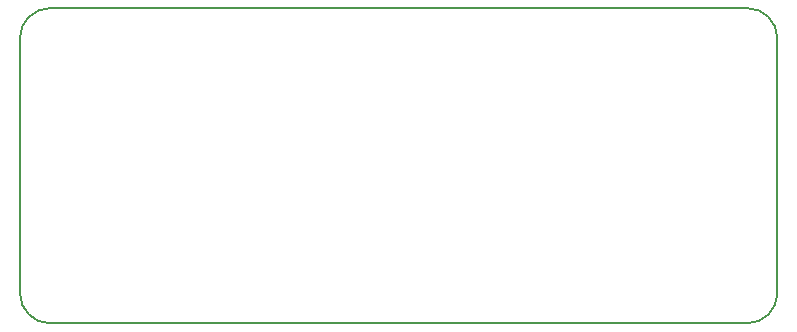
<source format=gm1>
G04 #@! TF.GenerationSoftware,KiCad,Pcbnew,5.0.2-bee76a0~70~ubuntu18.04.1*
G04 #@! TF.CreationDate,2019-03-27T19:33:44-04:00*
G04 #@! TF.ProjectId,linemonitor,6c696e65-6d6f-46e6-9974-6f722e6b6963,rev?*
G04 #@! TF.SameCoordinates,Original*
G04 #@! TF.FileFunction,Profile,NP*
%FSLAX46Y46*%
G04 Gerber Fmt 4.6, Leading zero omitted, Abs format (unit mm)*
G04 Created by KiCad (PCBNEW 5.0.2-bee76a0~70~ubuntu18.04.1) date Wed 27 Mar 2019 07:33:44 PM EDT*
%MOMM*%
%LPD*%
G01*
G04 APERTURE LIST*
%ADD10C,0.150000*%
G04 APERTURE END LIST*
D10*
X68580000Y-112395000D02*
X127635000Y-112395000D01*
X127635000Y-85725000D02*
X68580000Y-85725000D01*
X130175000Y-88265000D02*
X130175000Y-109855000D01*
X130175000Y-109855000D02*
G75*
G02X127635000Y-112395000I-2540000J0D01*
G01*
X127635000Y-85725000D02*
G75*
G02X130175000Y-88265000I0J-2540000D01*
G01*
X66040000Y-88265000D02*
X66040000Y-109855000D01*
X68580000Y-112395000D02*
G75*
G02X66040000Y-109855000I0J2540000D01*
G01*
X66040000Y-88265000D02*
G75*
G02X68580000Y-85725000I2540000J0D01*
G01*
M02*

</source>
